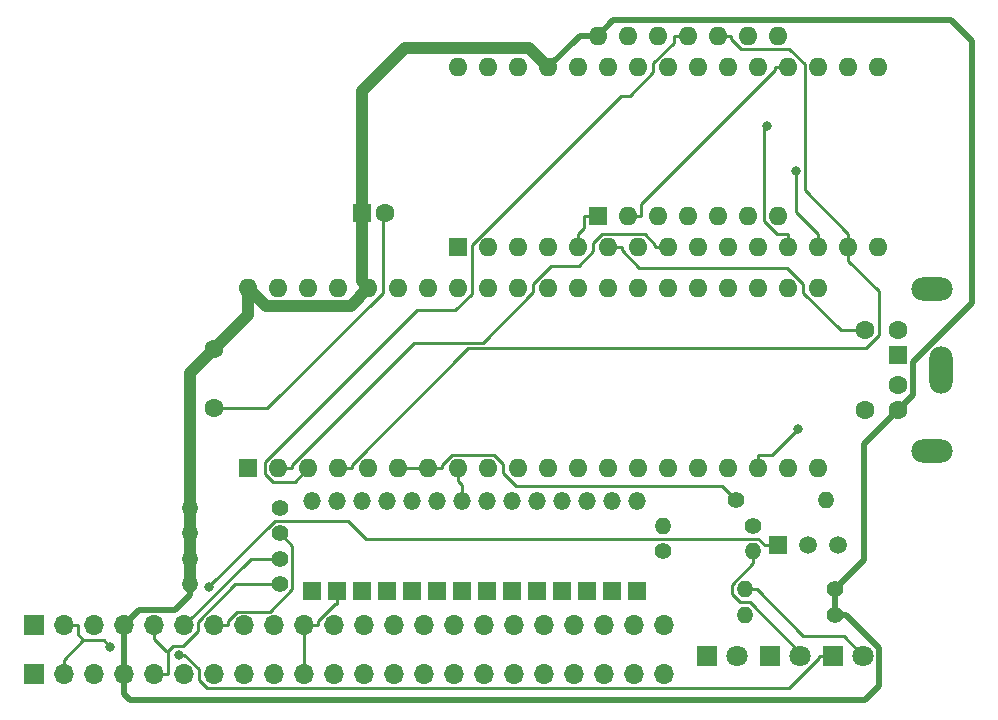
<source format=gbr>
%TF.GenerationSoftware,KiCad,Pcbnew,7.0.11*%
%TF.CreationDate,2024-06-27T03:27:34+01:00*%
%TF.ProjectId,Electron-PS2USB,456c6563-7472-46f6-9e2d-505332555342,rev?*%
%TF.SameCoordinates,Original*%
%TF.FileFunction,Copper,L1,Top*%
%TF.FilePolarity,Positive*%
%FSLAX46Y46*%
G04 Gerber Fmt 4.6, Leading zero omitted, Abs format (unit mm)*
G04 Created by KiCad (PCBNEW 7.0.11) date 2024-06-27 03:27:34*
%MOMM*%
%LPD*%
G01*
G04 APERTURE LIST*
%TA.AperFunction,ComponentPad*%
%ADD10R,1.500000X1.500000*%
%TD*%
%TA.AperFunction,ComponentPad*%
%ADD11O,1.500000X1.500000*%
%TD*%
%TA.AperFunction,ComponentPad*%
%ADD12C,1.500000*%
%TD*%
%TA.AperFunction,ComponentPad*%
%ADD13R,1.600000X1.600000*%
%TD*%
%TA.AperFunction,ComponentPad*%
%ADD14O,1.600000X1.600000*%
%TD*%
%TA.AperFunction,ComponentPad*%
%ADD15C,1.400000*%
%TD*%
%TA.AperFunction,ComponentPad*%
%ADD16O,1.400000X1.400000*%
%TD*%
%TA.AperFunction,ComponentPad*%
%ADD17R,1.800000X1.800000*%
%TD*%
%TA.AperFunction,ComponentPad*%
%ADD18C,1.800000*%
%TD*%
%TA.AperFunction,ComponentPad*%
%ADD19C,1.600000*%
%TD*%
%TA.AperFunction,ComponentPad*%
%ADD20O,3.500000X2.000000*%
%TD*%
%TA.AperFunction,ComponentPad*%
%ADD21O,2.000000X4.000000*%
%TD*%
%TA.AperFunction,ComponentPad*%
%ADD22R,1.700000X1.700000*%
%TD*%
%TA.AperFunction,ComponentPad*%
%ADD23O,1.700000X1.700000*%
%TD*%
%TA.AperFunction,ViaPad*%
%ADD24C,0.800000*%
%TD*%
%TA.AperFunction,Conductor*%
%ADD25C,0.250000*%
%TD*%
%TA.AperFunction,Conductor*%
%ADD26C,1.000000*%
%TD*%
%TA.AperFunction,Conductor*%
%ADD27C,0.500000*%
%TD*%
G04 APERTURE END LIST*
D10*
%TO.P,D6,1,K*%
%TO.N,/A8*%
X82875000Y-106640000D03*
D11*
%TO.P,D6,2,A*%
%TO.N,COL5*%
X82875000Y-99020000D03*
%TD*%
D10*
%TO.P,Q1,1,C*%
%TO.N,!RST*%
X111745000Y-102775000D03*
D12*
%TO.P,Q1,2,B*%
%TO.N,Net-(Q1-B)*%
X114285000Y-102775000D03*
%TO.P,Q1,3,E*%
%TO.N,GND*%
X116825000Y-102775000D03*
%TD*%
D13*
%TO.P,U2,1,Pin_1*%
%TO.N,unconnected-(U2-Pin_1-Pad1)*%
X84700000Y-77540000D03*
D14*
%TO.P,U2,2,Pin_2*%
%TO.N,unconnected-(U2-Pin_2-Pad2)*%
X87240000Y-77540000D03*
%TO.P,U2,3,Pin_3*%
%TO.N,unconnected-(U2-Pin_3-Pad3)*%
X89780000Y-77540000D03*
%TO.P,U2,4,Pin_4*%
%TO.N,GND*%
X92320000Y-77540000D03*
%TO.P,U2,5,Pin_5*%
%TO.N,DATA*%
X94860000Y-77540000D03*
%TO.P,U2,6,Pin_6*%
%TO.N,PS2-CLK*%
X97400000Y-77540000D03*
%TO.P,U2,7,Pin_7*%
%TO.N,STROBE*%
X99940000Y-77540000D03*
%TO.P,U2,8,Pin_8*%
%TO.N,AY2*%
X102480000Y-77540000D03*
%TO.P,U2,9,Pin_9*%
%TO.N,AY1*%
X105020000Y-77540000D03*
%TO.P,U2,10,Pin_10*%
%TO.N,AY0*%
X107560000Y-77540000D03*
%TO.P,U2,11,Pin_11*%
%TO.N,AX2*%
X110100000Y-77540000D03*
%TO.P,U2,12,Pin_12*%
%TO.N,AX1*%
X112640000Y-77540000D03*
%TO.P,U2,13,Pin_13*%
%TO.N,AX0*%
X115180000Y-77540000D03*
%TO.P,U2,14,Pin_14*%
%TO.N,AX3*%
X117720000Y-77540000D03*
%TO.P,U2,15,Pin_15*%
%TO.N,PS2-DATA*%
X120260000Y-77540000D03*
%TO.P,U2,16,Pin_16*%
%TO.N,RESET*%
X120260000Y-62300000D03*
%TO.P,U2,17,Pin_17*%
%TO.N,unconnected-(U2-Pin_17-Pad17)*%
X117720000Y-62300000D03*
%TO.P,U2,18,Pin_18*%
%TO.N,unconnected-(U2-Pin_18-Pad18)*%
X115180000Y-62300000D03*
%TO.P,U2,19,Pin_19*%
%TO.N,BREAK*%
X112640000Y-62300000D03*
%TO.P,U2,20,Pin_20*%
%TO.N,unconnected-(U2-Pin_20-Pad20)*%
X110100000Y-62300000D03*
%TO.P,U2,21,Pin_21*%
%TO.N,unconnected-(U2-Pin_21-Pad21)*%
X107560000Y-62300000D03*
%TO.P,U2,22,Pin_22*%
%TO.N,unconnected-(U2-Pin_22-Pad22)*%
X105020000Y-62300000D03*
%TO.P,U2,23,Pin_23*%
%TO.N,unconnected-(U2-Pin_23-Pad23)*%
X102480000Y-62300000D03*
%TO.P,U2,24,Pin_24*%
%TO.N,unconnected-(U2-Pin_24-Pad24)*%
X99940000Y-62300000D03*
%TO.P,U2,25,Pin_25*%
%TO.N,unconnected-(U2-Pin_25-Pad25)*%
X97400000Y-62300000D03*
%TO.P,U2,26,Pin_26*%
%TO.N,unconnected-(U2-Pin_26-Pad26)*%
X94860000Y-62300000D03*
%TO.P,U2,27,Pin_27*%
%TO.N,+5V*%
X92320000Y-62300000D03*
%TO.P,U2,28,Pin_28*%
%TO.N,unconnected-(U2-Pin_28-Pad28)*%
X89780000Y-62300000D03*
%TO.P,U2,29,Pin_29*%
%TO.N,GND*%
X87240000Y-62300000D03*
%TO.P,U2,30,Pin_30*%
%TO.N,unconnected-(U2-Pin_30-Pad30)*%
X84700000Y-62300000D03*
%TD*%
D10*
%TO.P,D7,1,K*%
%TO.N,/A7*%
X84975000Y-106640000D03*
D11*
%TO.P,D7,2,A*%
%TO.N,COL6*%
X84975000Y-99020000D03*
%TD*%
D13*
%TO.P,U1,1,Pin_1*%
%TO.N,ROW3*%
X66925000Y-96225000D03*
D14*
%TO.P,U1,2,Pin_2*%
%TO.N,AY2*%
X69465000Y-96225000D03*
%TO.P,U1,3,Pin_3*%
%TO.N,RESET*%
X72005000Y-96225000D03*
%TO.P,U1,4,Pin_4*%
%TO.N,AX3*%
X74545000Y-96225000D03*
%TO.P,U1,5,Pin_5*%
%TO.N,AX0*%
X77085000Y-96225000D03*
%TO.P,U1,6,Pin_6*%
%TO.N,FLOAT*%
X79625000Y-96225000D03*
%TO.P,U1,7,Pin_7*%
X82165000Y-96225000D03*
%TO.P,U1,8,Pin_8*%
%TO.N,COL6*%
X84705000Y-96225000D03*
%TO.P,U1,9,Pin_9*%
%TO.N,COL7*%
X87245000Y-96225000D03*
%TO.P,U1,10,Pin_10*%
%TO.N,COL8*%
X89785000Y-96225000D03*
%TO.P,U1,11,Pin_11*%
%TO.N,COL9*%
X92325000Y-96225000D03*
%TO.P,U1,12,Pin_12*%
%TO.N,COL10*%
X94865000Y-96225000D03*
%TO.P,U1,13,Pin_13*%
%TO.N,COL11*%
X97405000Y-96225000D03*
%TO.P,U1,14,Pin_14*%
%TO.N,unconnected-(U1-Pin_14-Pad14)*%
X99945000Y-96225000D03*
%TO.P,U1,15,Pin_15*%
%TO.N,unconnected-(U1-Pin_15-Pad15)*%
X102485000Y-96225000D03*
%TO.P,U1,16,Pin_16*%
%TO.N,GND*%
X105025000Y-96225000D03*
%TO.P,U1,17,Pin_17*%
%TO.N,unconnected-(U1-Pin_17-Pad17)*%
X107565000Y-96225000D03*
%TO.P,U1,18,Pin_18*%
%TO.N,STROBE*%
X110105000Y-96225000D03*
%TO.P,U1,19,Pin_19*%
%TO.N,FLOAT*%
X112645000Y-96225000D03*
%TO.P,U1,20,Pin_20*%
%TO.N,GND*%
X115185000Y-96225000D03*
%TO.P,U1,21,Pin_21*%
%TO.N,unconnected-(U1-Pin_21-Pad21)*%
X115185000Y-80985000D03*
%TO.P,U1,22,Pin_22*%
%TO.N,AX1*%
X112645000Y-80985000D03*
%TO.P,U1,23,Pin_23*%
%TO.N,AX2*%
X110105000Y-80985000D03*
%TO.P,U1,24,Pin_24*%
%TO.N,AY0*%
X107565000Y-80985000D03*
%TO.P,U1,25,Pin_25*%
%TO.N,AY1*%
X105025000Y-80985000D03*
%TO.P,U1,26,Pin_26*%
%TO.N,COL13*%
X102485000Y-80985000D03*
%TO.P,U1,27,Pin_27*%
%TO.N,COL12*%
X99945000Y-80985000D03*
%TO.P,U1,28,Pin_28*%
%TO.N,COL5*%
X97405000Y-80985000D03*
%TO.P,U1,29,Pin_29*%
%TO.N,COL4*%
X94865000Y-80985000D03*
%TO.P,U1,30,Pin_30*%
%TO.N,COL3*%
X92325000Y-80985000D03*
%TO.P,U1,31,Pin_31*%
%TO.N,COL2*%
X89785000Y-80985000D03*
%TO.P,U1,32,Pin_32*%
%TO.N,COL1*%
X87245000Y-80985000D03*
%TO.P,U1,33,Pin_33*%
%TO.N,COL0*%
X84705000Y-80985000D03*
%TO.P,U1,34,Pin_34*%
%TO.N,unconnected-(U1-Pin_34-Pad34)*%
X82165000Y-80985000D03*
%TO.P,U1,35,Pin_35*%
%TO.N,ROW0*%
X79625000Y-80985000D03*
%TO.P,U1,36,Pin_36*%
%TO.N,+5V*%
X77085000Y-80985000D03*
%TO.P,U1,37,Pin_37*%
%TO.N,ROW1*%
X74545000Y-80985000D03*
%TO.P,U1,38,Pin_38*%
%TO.N,DATA*%
X72005000Y-80985000D03*
%TO.P,U1,39,Pin_39*%
%TO.N,ROW2*%
X69465000Y-80985000D03*
%TO.P,U1,40,Pin_40*%
%TO.N,+5V*%
X66925000Y-80985000D03*
%TD*%
D15*
%TO.P,R18,1*%
%TO.N,+5V*%
X116560000Y-108650000D03*
D16*
%TO.P,R18,2*%
%TO.N,Net-(D15-A)*%
X108940000Y-108650000D03*
%TD*%
D10*
%TO.P,D9,1,K*%
%TO.N,/A5*%
X89225000Y-106640000D03*
D11*
%TO.P,D9,2,A*%
%TO.N,COL8*%
X89225000Y-99020000D03*
%TD*%
D17*
%TO.P,D17,1,K*%
%TO.N,CAPSLOCK*%
X116435000Y-112100000D03*
D18*
%TO.P,D17,2,A*%
%TO.N,Net-(D17-A)*%
X118975000Y-112100000D03*
%TD*%
D10*
%TO.P,D8,1,K*%
%TO.N,/A6*%
X87100000Y-106640000D03*
D11*
%TO.P,D8,2,A*%
%TO.N,COL7*%
X87100000Y-99020000D03*
%TD*%
D15*
%TO.P,R3,1*%
%TO.N,ROW1*%
X69600000Y-103900000D03*
D16*
%TO.P,R3,2*%
%TO.N,+5V*%
X61980000Y-103900000D03*
%TD*%
D15*
%TO.P,R4,1*%
%TO.N,ROW2*%
X69600000Y-101750000D03*
D16*
%TO.P,R4,2*%
%TO.N,+5V*%
X61980000Y-101750000D03*
%TD*%
D13*
%TO.P,J3,1*%
%TO.N,PS2-DATA*%
X121925000Y-86625000D03*
D19*
%TO.P,J3,2*%
%TO.N,unconnected-(J3-Pad2)*%
X121925000Y-89225000D03*
%TO.P,J3,3*%
%TO.N,GND*%
X121925000Y-84525000D03*
%TO.P,J3,4*%
%TO.N,+5V*%
X121925000Y-91325000D03*
%TO.P,J3,5*%
%TO.N,PS2-CLK*%
X119125000Y-84525000D03*
%TO.P,J3,6*%
%TO.N,unconnected-(J3-Pad6)*%
X119125000Y-91325000D03*
D20*
%TO.P,J3,7*%
%TO.N,GND*%
X124775000Y-94775000D03*
D21*
X125575000Y-87925000D03*
D20*
X124775000Y-81075000D03*
%TD*%
D15*
%TO.P,R17,1*%
%TO.N,Net-(Q1-B)*%
X102065000Y-103275000D03*
D16*
%TO.P,R17,2*%
%TO.N,Net-(D16-A)*%
X109685000Y-103275000D03*
%TD*%
D10*
%TO.P,D14,1,K*%
%TO.N,/A4*%
X99800000Y-106640000D03*
D11*
%TO.P,D14,2,A*%
%TO.N,COL13*%
X99800000Y-99020000D03*
%TD*%
D10*
%TO.P,D3,1,K*%
%TO.N,/A11*%
X76525000Y-106640000D03*
D11*
%TO.P,D3,2,A*%
%TO.N,COL2*%
X76525000Y-99020000D03*
%TD*%
D10*
%TO.P,D5,1,K*%
%TO.N,/A9*%
X80750000Y-106640000D03*
D11*
%TO.P,D5,2,A*%
%TO.N,COL4*%
X80750000Y-99020000D03*
%TD*%
D17*
%TO.P,D16,1,K*%
%TO.N,GND*%
X111125000Y-112100000D03*
D18*
%TO.P,D16,2,A*%
%TO.N,Net-(D16-A)*%
X113665000Y-112100000D03*
%TD*%
D10*
%TO.P,D12,1,K*%
%TO.N,/A2*%
X95600000Y-106640000D03*
D11*
%TO.P,D12,2,A*%
%TO.N,COL11*%
X95600000Y-99020000D03*
%TD*%
D22*
%TO.P,CP1,1,Pin_1*%
%TO.N,!RST*%
X48755000Y-113650000D03*
D23*
%TO.P,CP1,2,Pin_2*%
%TO.N,CAPSLOCK*%
X51295000Y-113650000D03*
%TO.P,CP1,3,Pin_3*%
%TO.N,GND*%
X53835000Y-113650000D03*
%TO.P,CP1,4,Pin_4*%
%TO.N,+5V*%
X56375000Y-113650000D03*
%TO.P,CP1,5,Pin_5*%
%TO.N,ROW0*%
X58915000Y-113650000D03*
%TO.P,CP1,6,Pin_6*%
%TO.N,ROW1*%
X61455000Y-113650000D03*
%TO.P,CP1,7,Pin_7*%
%TO.N,ROW2*%
X63995000Y-113650000D03*
%TO.P,CP1,8,Pin_8*%
%TO.N,ROW3*%
X66535000Y-113650000D03*
%TO.P,CP1,9,Pin_9*%
%TO.N,/A13*%
X69075000Y-113650000D03*
%TO.P,CP1,10,Pin_10*%
%TO.N,/A12*%
X71615000Y-113650000D03*
%TO.P,CP1,11,Pin_11*%
%TO.N,/A11*%
X74155000Y-113650000D03*
%TO.P,CP1,12,Pin_12*%
%TO.N,/A10*%
X76695000Y-113650000D03*
%TO.P,CP1,13,Pin_13*%
%TO.N,/A9*%
X79235000Y-113650000D03*
%TO.P,CP1,14,Pin_14*%
%TO.N,/A8*%
X81775000Y-113650000D03*
%TO.P,CP1,15,Pin_15*%
%TO.N,/A7*%
X84315000Y-113650000D03*
%TO.P,CP1,16,Pin_16*%
%TO.N,/A6*%
X86855000Y-113650000D03*
%TO.P,CP1,17,Pin_17*%
%TO.N,/A5*%
X89395000Y-113650000D03*
%TO.P,CP1,18,Pin_18*%
%TO.N,/A0*%
X91935000Y-113650000D03*
%TO.P,CP1,19,Pin_19*%
%TO.N,/A1*%
X94475000Y-113650000D03*
%TO.P,CP1,20,Pin_20*%
%TO.N,/A2*%
X97015000Y-113650000D03*
%TO.P,CP1,21,Pin_21*%
%TO.N,/A3*%
X99555000Y-113650000D03*
%TO.P,CP1,22,Pin_22*%
%TO.N,/A4*%
X102095000Y-113650000D03*
%TD*%
D15*
%TO.P,R16,1*%
%TO.N,Net-(D16-A)*%
X109685000Y-101100000D03*
D16*
%TO.P,R16,2*%
%TO.N,BREAK*%
X102065000Y-101100000D03*
%TD*%
D15*
%TO.P,R5,1*%
%TO.N,ROW3*%
X69600000Y-99600000D03*
D16*
%TO.P,R5,2*%
%TO.N,+5V*%
X61980000Y-99600000D03*
%TD*%
D15*
%TO.P,R2,1*%
%TO.N,ROW0*%
X69600000Y-106050000D03*
D16*
%TO.P,R2,2*%
%TO.N,+5V*%
X61980000Y-106050000D03*
%TD*%
D10*
%TO.P,D4,1,K*%
%TO.N,/A10*%
X78650000Y-106640000D03*
D11*
%TO.P,D4,2,A*%
%TO.N,COL3*%
X78650000Y-99020000D03*
%TD*%
D13*
%TO.P,U7,1,Pin_1*%
%TO.N,DATA*%
X96491000Y-74850000D03*
D14*
%TO.P,U7,2,Pin_2*%
%TO.N,BREAK*%
X99031000Y-74850000D03*
%TO.P,U7,3,Pin_3*%
%TO.N,STROBE*%
X101571000Y-74850000D03*
%TO.P,U7,4,Pin_4*%
%TO.N,AY2*%
X104111000Y-74850000D03*
%TO.P,U7,5,Pin_5*%
%TO.N,AY1*%
X106651000Y-74850000D03*
%TO.P,U7,6,Pin_6*%
%TO.N,AY0*%
X109191000Y-74850000D03*
%TO.P,U7,7,Pin_7*%
%TO.N,AX2*%
X111731000Y-74850000D03*
%TO.P,U7,8,Pin_8*%
%TO.N,AX1*%
X111731000Y-59610000D03*
%TO.P,U7,9,Pin_9*%
%TO.N,AX0*%
X109191000Y-59610000D03*
%TO.P,U7,10,Pin_10*%
%TO.N,AX3*%
X106651000Y-59610000D03*
%TO.P,U7,11,Pin_11*%
%TO.N,RESET*%
X104111000Y-59610000D03*
%TO.P,U7,12,Pin_12*%
%TO.N,unconnected-(U7-Pin_12-Pad12)*%
X101571000Y-59610000D03*
%TO.P,U7,13,Pin_13*%
%TO.N,GND*%
X99031000Y-59610000D03*
%TO.P,U7,14,Pin_14*%
%TO.N,+5V*%
X96491000Y-59610000D03*
%TD*%
D10*
%TO.P,D13,1,K*%
%TO.N,/A3*%
X97700000Y-106640000D03*
D11*
%TO.P,D13,2,A*%
%TO.N,COL12*%
X97700000Y-99020000D03*
%TD*%
D13*
%TO.P,C2,1*%
%TO.N,+5V*%
X76525000Y-74625000D03*
D19*
%TO.P,C2,2*%
%TO.N,GND*%
X78525000Y-74625000D03*
%TD*%
%TO.P,C1,1*%
%TO.N,GND*%
X63975000Y-91175000D03*
%TO.P,C1,2*%
%TO.N,+5V*%
X63975000Y-86175000D03*
%TD*%
D10*
%TO.P,D10,1,K*%
%TO.N,/A0*%
X91350000Y-106640000D03*
D11*
%TO.P,D10,2,A*%
%TO.N,COL9*%
X91350000Y-99020000D03*
%TD*%
D22*
%TO.P,CP2,1,Pin_1*%
%TO.N,!RST*%
X48755000Y-109550000D03*
D23*
%TO.P,CP2,2,Pin_2*%
%TO.N,CAPSLOCK*%
X51295000Y-109550000D03*
%TO.P,CP2,3,Pin_3*%
%TO.N,GND*%
X53835000Y-109550000D03*
%TO.P,CP2,4,Pin_4*%
%TO.N,+5V*%
X56375000Y-109550000D03*
%TO.P,CP2,5,Pin_5*%
%TO.N,ROW0*%
X58915000Y-109550000D03*
%TO.P,CP2,6,Pin_6*%
%TO.N,ROW1*%
X61455000Y-109550000D03*
%TO.P,CP2,7,Pin_7*%
%TO.N,ROW2*%
X63995000Y-109550000D03*
%TO.P,CP2,8,Pin_8*%
%TO.N,ROW3*%
X66535000Y-109550000D03*
%TO.P,CP2,9,Pin_9*%
%TO.N,/A13*%
X69075000Y-109550000D03*
%TO.P,CP2,10,Pin_10*%
%TO.N,/A12*%
X71615000Y-109550000D03*
%TO.P,CP2,11,Pin_11*%
%TO.N,/A11*%
X74155000Y-109550000D03*
%TO.P,CP2,12,Pin_12*%
%TO.N,/A10*%
X76695000Y-109550000D03*
%TO.P,CP2,13,Pin_13*%
%TO.N,/A9*%
X79235000Y-109550000D03*
%TO.P,CP2,14,Pin_14*%
%TO.N,/A8*%
X81775000Y-109550000D03*
%TO.P,CP2,15,Pin_15*%
%TO.N,/A7*%
X84315000Y-109550000D03*
%TO.P,CP2,16,Pin_16*%
%TO.N,/A6*%
X86855000Y-109550000D03*
%TO.P,CP2,17,Pin_17*%
%TO.N,/A5*%
X89395000Y-109550000D03*
%TO.P,CP2,18,Pin_18*%
%TO.N,/A0*%
X91935000Y-109550000D03*
%TO.P,CP2,19,Pin_19*%
%TO.N,/A1*%
X94475000Y-109550000D03*
%TO.P,CP2,20,Pin_20*%
%TO.N,/A2*%
X97015000Y-109550000D03*
%TO.P,CP2,21,Pin_21*%
%TO.N,/A3*%
X99555000Y-109550000D03*
%TO.P,CP2,22,Pin_22*%
%TO.N,/A4*%
X102095000Y-109550000D03*
%TD*%
D17*
%TO.P,D15,1,K*%
%TO.N,GND*%
X105710000Y-112100000D03*
D18*
%TO.P,D15,2,A*%
%TO.N,Net-(D15-A)*%
X108250000Y-112100000D03*
%TD*%
D10*
%TO.P,D11,1,K*%
%TO.N,/A1*%
X93475000Y-106640000D03*
D11*
%TO.P,D11,2,A*%
%TO.N,COL10*%
X93475000Y-99020000D03*
%TD*%
D15*
%TO.P,R19,1*%
%TO.N,+5V*%
X116560000Y-106500000D03*
D16*
%TO.P,R19,2*%
%TO.N,Net-(D17-A)*%
X108940000Y-106500000D03*
%TD*%
D15*
%TO.P,R15,1*%
%TO.N,FLOAT*%
X108215000Y-98900000D03*
D16*
%TO.P,R15,2*%
%TO.N,GND*%
X115835000Y-98900000D03*
%TD*%
D10*
%TO.P,D2,1,K*%
%TO.N,/A12*%
X74400000Y-106640000D03*
D11*
%TO.P,D2,2,A*%
%TO.N,COL1*%
X74400000Y-99020000D03*
%TD*%
D10*
%TO.P,D1,1,K*%
%TO.N,/A13*%
X72275000Y-106640000D03*
D11*
%TO.P,D1,2,A*%
%TO.N,COL0*%
X72275000Y-99020000D03*
%TD*%
D24*
%TO.N,CAPSLOCK*%
X55230000Y-111357500D03*
X61030400Y-112015400D03*
%TO.N,AX0*%
X113297300Y-71104400D03*
%TO.N,STROBE*%
X113447000Y-92883000D03*
%TO.N,AX1*%
X110832900Y-67257900D03*
%TO.N,!RST*%
X63615200Y-106288100D03*
%TD*%
D25*
%TO.N,GND*%
X78290500Y-74859500D02*
X78290500Y-81373100D01*
X78525000Y-74625000D02*
X78290500Y-74859500D01*
X78290500Y-81373100D02*
X68488600Y-91175000D01*
X68488600Y-91175000D02*
X63975000Y-91175000D01*
D26*
%TO.N,+5V*%
X76525000Y-80425000D02*
X77085000Y-80985000D01*
D27*
X123175000Y-90075000D02*
X121925000Y-91325000D01*
X96491000Y-59610000D02*
X95010000Y-59610000D01*
D26*
X75585000Y-82485000D02*
X68425000Y-82485000D01*
X76525000Y-74625000D02*
X76525000Y-64325000D01*
D27*
X119025000Y-104035000D02*
X119025000Y-94225000D01*
X119025000Y-94225000D02*
X121925000Y-91325000D01*
D26*
X76525000Y-74625000D02*
X76525000Y-80425000D01*
D27*
X128175000Y-82274400D02*
X123175000Y-87274400D01*
D26*
X66925000Y-83225000D02*
X63975000Y-86175000D01*
D27*
X96491000Y-59610000D02*
X97826000Y-58275000D01*
X119125000Y-115850000D02*
X56900000Y-115850000D01*
D26*
X80190000Y-60660000D02*
X90680000Y-60660000D01*
D27*
X97826000Y-58275000D02*
X126375000Y-58275000D01*
X95010000Y-59610000D02*
X92320000Y-62300000D01*
D26*
X90680000Y-60660000D02*
X92320000Y-62300000D01*
D27*
X56900000Y-115850000D02*
X56375000Y-115325000D01*
X116560000Y-108650000D02*
X117550000Y-108650000D01*
X117550000Y-108650000D02*
X120325000Y-111425000D01*
X116560000Y-106500000D02*
X119025000Y-104035000D01*
X128175000Y-60075000D02*
X128175000Y-82274400D01*
D26*
X61980000Y-106050000D02*
X61980000Y-103900000D01*
X77085000Y-80985000D02*
X75585000Y-82485000D01*
X61980000Y-103900000D02*
X61980000Y-101750000D01*
D27*
X120325000Y-114650000D02*
X119125000Y-115850000D01*
D26*
X68425000Y-82485000D02*
X66925000Y-80985000D01*
D27*
X56375000Y-113650000D02*
X56375000Y-109550000D01*
X126375000Y-58275000D02*
X128175000Y-60075000D01*
X57675000Y-108250000D02*
X60675000Y-108250000D01*
D26*
X61980000Y-88170000D02*
X63975000Y-86175000D01*
D27*
X116560000Y-106500000D02*
X116560000Y-108650000D01*
X61980000Y-106945000D02*
X61980000Y-106050000D01*
X56375000Y-115325000D02*
X56375000Y-113650000D01*
X60675000Y-108250000D02*
X61980000Y-106945000D01*
D26*
X66925000Y-80985000D02*
X66925000Y-83225000D01*
X76525000Y-64325000D02*
X80190000Y-60660000D01*
X61980000Y-101750000D02*
X61980000Y-99600000D01*
X61980000Y-99600000D02*
X61980000Y-88170000D01*
D27*
X120325000Y-111425000D02*
X120325000Y-114650000D01*
X56375000Y-109550000D02*
X57675000Y-108250000D01*
X123175000Y-87274400D02*
X123175000Y-90075000D01*
D25*
%TO.N,CAPSLOCK*%
X61030400Y-112015400D02*
X61488200Y-112015400D01*
X115209900Y-112329700D02*
X115209900Y-112100000D01*
X54664800Y-110792300D02*
X55230000Y-111357500D01*
X51295000Y-113650000D02*
X51295000Y-112474900D01*
X112671400Y-114868200D02*
X115209900Y-112329700D01*
X52955200Y-110792300D02*
X54664800Y-110792300D01*
X52470100Y-110284800D02*
X52955200Y-110769900D01*
X116435000Y-112100000D02*
X115209900Y-112100000D01*
X52955200Y-110792300D02*
X52955200Y-110814700D01*
X62725000Y-114137100D02*
X63456100Y-114868200D01*
X51295000Y-109550000D02*
X52470100Y-109550000D01*
X52955200Y-110814700D02*
X51295000Y-112474900D01*
X63456100Y-114868200D02*
X112671400Y-114868200D01*
X52955200Y-110769900D02*
X52955200Y-110792300D01*
X52470100Y-109550000D02*
X52470100Y-110284800D01*
X61488200Y-112015400D02*
X62725000Y-113252200D01*
X62725000Y-113252200D02*
X62725000Y-114137100D01*
%TO.N,ROW0*%
X69600000Y-106050000D02*
X65825800Y-106050000D01*
X62630200Y-110038900D02*
X61378800Y-111290300D01*
X60090100Y-111715100D02*
X59905000Y-111715100D01*
X58915000Y-109550000D02*
X58915000Y-110725100D01*
X58915000Y-113650000D02*
X60090100Y-113650000D01*
X60090100Y-111715100D02*
X60090100Y-113650000D01*
X60514900Y-111290300D02*
X60090100Y-111715100D01*
X65825800Y-106050000D02*
X62630200Y-109245600D01*
X59905000Y-111715100D02*
X58915000Y-110725100D01*
X62630200Y-109245600D02*
X62630200Y-110038900D01*
X61378800Y-111290300D02*
X60514900Y-111290300D01*
%TO.N,ROW1*%
X61455000Y-109550000D02*
X67105000Y-103900000D01*
X67105000Y-103900000D02*
X69600000Y-103900000D01*
%TO.N,ROW2*%
X65170100Y-109550000D02*
X65170100Y-109182700D01*
X68764300Y-108374900D02*
X70654500Y-106484700D01*
X70654500Y-102804500D02*
X69600000Y-101750000D01*
X65170100Y-109182700D02*
X65977900Y-108374900D01*
X70654500Y-106484700D02*
X70654500Y-102804500D01*
X63995000Y-109550000D02*
X65170100Y-109550000D01*
X65977900Y-108374900D02*
X68764300Y-108374900D01*
%TO.N,/A12*%
X74400000Y-106640000D02*
X74400000Y-107715100D01*
X71615000Y-109550000D02*
X72790100Y-109550000D01*
X74281200Y-107715100D02*
X74400000Y-107715100D01*
X72790100Y-109550000D02*
X72790100Y-109206200D01*
X72790100Y-109206200D02*
X74281200Y-107715100D01*
X71615000Y-113650000D02*
X71615000Y-109550000D01*
%TO.N,COL6*%
X84705000Y-96225000D02*
X84705000Y-97350100D01*
X84975000Y-99020000D02*
X84975000Y-97620100D01*
X84975000Y-97620100D02*
X84705000Y-97350100D01*
%TO.N,PS2-CLK*%
X100016900Y-79265000D02*
X98525100Y-77773200D01*
X112564300Y-79265000D02*
X100016900Y-79265000D01*
X119125000Y-84525000D02*
X117068400Y-84525000D01*
X117068400Y-84525000D02*
X113915000Y-81371600D01*
X113915000Y-81371600D02*
X113915000Y-80615700D01*
X97400000Y-77540000D02*
X98525100Y-77540000D01*
X98525100Y-77773200D02*
X98525100Y-77540000D01*
X113915000Y-80615700D02*
X112564300Y-79265000D01*
%TO.N,FLOAT*%
X88515000Y-96623900D02*
X89621400Y-97730300D01*
X87717400Y-95099900D02*
X88515000Y-95897500D01*
X89621400Y-97730300D02*
X107045300Y-97730300D01*
X83290100Y-96225000D02*
X83290100Y-96003400D01*
X79625000Y-96225000D02*
X82165000Y-96225000D01*
X83290100Y-96003400D02*
X84193600Y-95099900D01*
X84193600Y-95099900D02*
X87717400Y-95099900D01*
X107045300Y-97730300D02*
X108215000Y-98900000D01*
X88515000Y-95897500D02*
X88515000Y-96623900D01*
X82165000Y-96225000D02*
X83290100Y-96225000D01*
%TO.N,AY2*%
X70590100Y-96225000D02*
X70590100Y-95943700D01*
X91055000Y-80601300D02*
X92541100Y-79115200D01*
X91055000Y-81342800D02*
X91055000Y-80601300D01*
X96130000Y-77141600D02*
X96857800Y-76413800D01*
X102480000Y-77540000D02*
X101354900Y-77540000D01*
X80910100Y-85623700D02*
X86774100Y-85623700D01*
X69465000Y-96225000D02*
X70590100Y-96225000D01*
X101354900Y-77306900D02*
X101354900Y-77540000D01*
X92541100Y-79115200D02*
X94883400Y-79115200D01*
X70590100Y-95943700D02*
X80910100Y-85623700D01*
X100461800Y-76413800D02*
X101354900Y-77306900D01*
X96857800Y-76413800D02*
X100461800Y-76413800D01*
X94883400Y-79115200D02*
X96130000Y-77868600D01*
X96130000Y-77868600D02*
X96130000Y-77141600D01*
X86774100Y-85623700D02*
X91055000Y-81342800D01*
%TO.N,RESET*%
X85830200Y-77347100D02*
X98477700Y-64699600D01*
X101210000Y-62689800D02*
X101210000Y-61967500D01*
X68335400Y-95728600D02*
X81198200Y-82865800D01*
X98477700Y-64699600D02*
X99200200Y-64699600D01*
X84451900Y-82865800D02*
X85830200Y-81487500D01*
X72005000Y-96225000D02*
X70868300Y-97361700D01*
X70868300Y-97361700D02*
X68986800Y-97361700D01*
X99200200Y-64699600D02*
X101210000Y-62689800D01*
X68335400Y-96710300D02*
X68335400Y-95728600D01*
X81198200Y-82865800D02*
X84451900Y-82865800D01*
X68986800Y-97361700D02*
X68335400Y-96710300D01*
X104111000Y-59610000D02*
X102985900Y-59610000D01*
X102985900Y-60191600D02*
X102985900Y-59610000D01*
X85830200Y-81487500D02*
X85830200Y-77347100D01*
X101210000Y-61967500D02*
X102985900Y-60191600D01*
%TO.N,AX3*%
X107776100Y-59891400D02*
X108619800Y-60735100D01*
X117720000Y-77540000D02*
X117720000Y-78665100D01*
X107776100Y-59610000D02*
X107776100Y-59891400D01*
X106651000Y-59610000D02*
X107776100Y-59610000D01*
X119177700Y-86073900D02*
X120306600Y-84945000D01*
X114026500Y-62046100D02*
X114026500Y-72721400D01*
X75670100Y-95943700D02*
X85539900Y-86073900D01*
X108619800Y-60735100D02*
X112715500Y-60735100D01*
X114026500Y-72721400D02*
X117720000Y-76414900D01*
X75670100Y-96225000D02*
X75670100Y-95943700D01*
X120306600Y-81251700D02*
X117720000Y-78665100D01*
X112715500Y-60735100D02*
X114026500Y-62046100D01*
X120306600Y-84945000D02*
X120306600Y-81251700D01*
X85539900Y-86073900D02*
X119177700Y-86073900D01*
X74545000Y-96225000D02*
X75670100Y-96225000D01*
X117720000Y-77540000D02*
X117720000Y-76414900D01*
%TO.N,AX0*%
X113297300Y-74532200D02*
X113297300Y-71104400D01*
X115180000Y-77540000D02*
X115180000Y-76414900D01*
X115180000Y-76414900D02*
X113297300Y-74532200D01*
%TO.N,STROBE*%
X110105000Y-95099900D02*
X111230100Y-95099900D01*
X111230100Y-95099900D02*
X113447000Y-92883000D01*
X110105000Y-96225000D02*
X110105000Y-95099900D01*
%TO.N,AX1*%
X112640000Y-77540000D02*
X112640000Y-76414900D01*
X110554000Y-67536800D02*
X110832900Y-67257900D01*
X111655500Y-76414900D02*
X110554000Y-75313400D01*
X110554000Y-75313400D02*
X110554000Y-67536800D01*
X112640000Y-76414900D02*
X111655500Y-76414900D01*
%TO.N,DATA*%
X94860000Y-76414900D02*
X95365900Y-75909000D01*
X96491000Y-74850000D02*
X95365900Y-74850000D01*
X94860000Y-77540000D02*
X94860000Y-76414900D01*
X95365900Y-75909000D02*
X95365900Y-74850000D01*
%TO.N,Net-(D16-A)*%
X107882000Y-106103100D02*
X107882000Y-106904500D01*
X108552500Y-107575000D02*
X109370500Y-107575000D01*
X109685000Y-104300100D02*
X107882000Y-106103100D01*
X109685000Y-103275000D02*
X109685000Y-104300100D01*
X107882000Y-106904500D02*
X108552500Y-107575000D01*
X109370500Y-107575000D02*
X113665000Y-111869500D01*
X113665000Y-111869500D02*
X113665000Y-112100000D01*
%TO.N,Net-(D17-A)*%
X118975000Y-112100000D02*
X117309300Y-110434300D01*
X108940000Y-106500000D02*
X109965100Y-106500000D01*
X117309300Y-110434300D02*
X113899400Y-110434300D01*
X113899400Y-110434300D02*
X109965100Y-106500000D01*
%TO.N,!RST*%
X75331300Y-100675000D02*
X69145900Y-100675000D01*
X111745000Y-102775000D02*
X110669900Y-102775000D01*
X63615200Y-106205700D02*
X63615200Y-106288100D01*
X110082400Y-102187500D02*
X76843800Y-102187500D01*
X110669900Y-102775000D02*
X110082400Y-102187500D01*
X76843800Y-102187500D02*
X75331300Y-100675000D01*
X69145900Y-100675000D02*
X63615200Y-106205700D01*
%TO.N,BREAK*%
X111514900Y-62300000D02*
X111514900Y-62498600D01*
X112640000Y-62300000D02*
X111514900Y-62300000D01*
X99031000Y-74850000D02*
X100156100Y-74850000D01*
X100156100Y-73857400D02*
X100156100Y-74850000D01*
X111514900Y-62498600D02*
X100156100Y-73857400D01*
%TD*%
M02*

</source>
